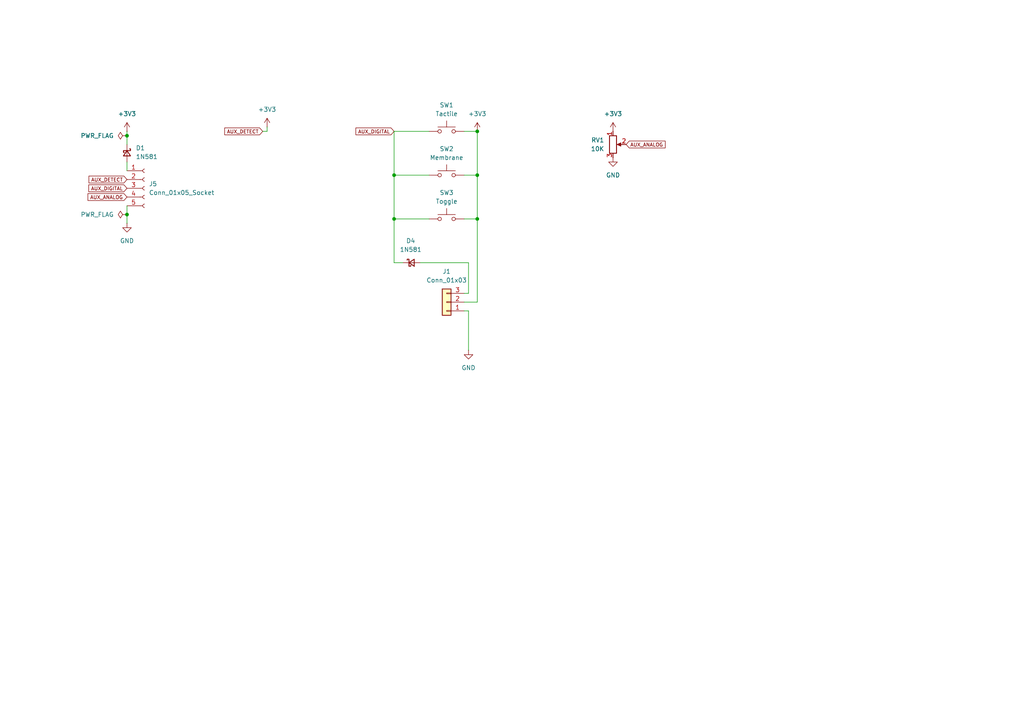
<source format=kicad_sch>
(kicad_sch (version 20250114) (generator "eeschema") (generator_version "9.0")
  (paper "A4")
  (lib_symbols
    (symbol "Connector:Conn_01x05_Socket" (pin_names (offset 1.016) (hide yes))
      (property "Reference" "J" (at 0 7.62 0))
      (property "Value" "Conn_01x05_Socket" (at 0 -7.62 0))
      (symbol "Conn_01x05_Socket_1_1"
        (polyline (pts (xy -1.27 5.08) (xy -0.508 5.08)) (stroke (width 0.1524)))
        (polyline (pts (xy -1.27 2.54) (xy -0.508 2.54)) (stroke (width 0.1524)))
        (polyline (pts (xy -1.27 0) (xy -0.508 0)) (stroke (width 0.1524)))
        (polyline (pts (xy -1.27 -2.54) (xy -0.508 -2.54)) (stroke (width 0.1524)))
        (polyline (pts (xy -1.27 -5.08) (xy -0.508 -5.08)) (stroke (width 0.1524)))
        (arc (start 0 4.572) (mid -0.5058 5.08) (end 0 5.588) (stroke (width 0.1524)))
        (arc (start 0 2.032) (mid -0.5058 2.54) (end 0 3.048) (stroke (width 0.1524)))
        (arc (start 0 -0.508) (mid -0.5058 0) (end 0 0.508) (stroke (width 0.1524)))
        (arc (start 0 -3.048) (mid -0.5058 -2.54) (end 0 -2.032) (stroke (width 0.1524)))
        (arc (start 0 -5.588) (mid -0.5058 -5.08) (end 0 -4.572) (stroke (width 0.1524)))
        (pin passive line (at -5.08 5.08 0) (length 3.81) (name "Pin_1") (number "1"))
        (pin passive line (at -5.08 2.54 0) (length 3.81) (name "Pin_2") (number "2"))
        (pin passive line (at -5.08 0 0) (length 3.81) (name "Pin_3") (number "3"))
        (pin passive line (at -5.08 -2.54 0) (length 3.81) (name "Pin_4") (number "4"))
        (pin passive line (at -5.08 -5.08 0) (length 3.81) (name "Pin_5") (number "5"))
      )
    )
    (symbol "Connector_Generic:Conn_01x03" (pin_names (offset 1.016) (hide yes))
      (property "Reference" "J" (at 0 5.08 0))
      (property "Value" "Conn_01x03" (at 0 -5.08 0))
      (symbol "Conn_01x03_1_1"
        (rectangle (start -1.27 3.81) (end 1.27 -3.81) (stroke (width 0.254)) (fill (type background)))
        (rectangle (start -1.27 2.667) (end 0 2.413) (stroke (width 0.1524)))
        (rectangle (start -1.27 0.127) (end 0 -0.127) (stroke (width 0.1524)))
        (rectangle (start -1.27 -2.413) (end 0 -2.667) (stroke (width 0.1524)))
        (pin passive line (at -5.08 2.54 0) (length 3.81) (name "Pin_1") (number "1"))
        (pin passive line (at -5.08 0 0) (length 3.81) (name "Pin_2") (number "2"))
        (pin passive line (at -5.08 -2.54 0) (length 3.81) (name "Pin_3") (number "3"))
      )
    )
    (symbol "Device:D_Schottky_Small" (pin_numbers (hide yes)) (pin_names (offset 0.254) (hide yes))
      (property "Reference" "D" (at -1.27 2.032 0))
      (property "Value" "D_Schottky_Small" (at -7.112 -2.032 0))
      (symbol "D_Schottky_Small_0_1"
        (polyline (pts (xy -1.27 0.762) (xy -1.27 1.016) (xy -0.762 1.016) (xy -0.762 -1.016) (xy -0.254 -1.016) (xy -0.254 -0.762)) (stroke (width 0.254)))
        (polyline (pts (xy -0.762 0) (xy 0.762 0)))
        (polyline (pts (xy 0.762 -1.016) (xy -0.762 0) (xy 0.762 1.016) (xy 0.762 -1.016)) (stroke (width 0.254)))
      )
      (symbol "D_Schottky_Small_1_1"
        (pin passive line (at -2.54 0 0) (length 1.778) (name "K") (number "1"))
        (pin passive line (at 2.54 0 180) (length 1.778) (name "A") (number "2"))
      )
    )
    (symbol "Device:R_Potentiometer" (pin_names (offset 1.016) (hide yes))
      (property "Reference" "RV" (at -4.445 0 90))
      (property "Value" "R_Potentiometer" (at -2.54 0 90))
      (symbol "R_Potentiometer_0_1"
        (rectangle (start 1.016 2.54) (end -1.016 -2.54) (stroke (width 0.254)))
        (polyline (pts (xy 1.143 0) (xy 2.286 0.508) (xy 2.286 -0.508) (xy 1.143 0)) (fill (type outline)))
        (polyline (pts (xy 2.54 0) (xy 1.524 0)))
      )
      (symbol "R_Potentiometer_1_1"
        (pin passive line (at 0 3.81 270) (length 1.27) (name "1") (number "1"))
        (pin passive line (at 0 -3.81 90) (length 1.27) (name "3") (number "3"))
        (pin passive line (at 3.81 0 180) (length 1.27) (name "2") (number "2"))
      )
    )
    (symbol "Switch:SW_Push" (pin_numbers (hide yes)) (pin_names (offset 1.016) (hide yes))
      (property "Reference" "SW" (at 1.27 2.54 0))
      (property "Value" "SW_Push" (at 0 -1.524 0))
      (symbol "SW_Push_0_1"
        (circle (center -2.032 0) (radius 0.508))
        (polyline (pts (xy 0 1.27) (xy 0 3.048)))
        (circle (center 2.032 0) (radius 0.508))
        (polyline (pts (xy 2.54 1.27) (xy -2.54 1.27)))
        (pin passive line (at -5.08 0 0) (length 2.54) (name "1") (number "1"))
        (pin passive line (at 5.08 0 180) (length 2.54) (name "2") (number "2"))
      )
    )
    (symbol "power:+3V3" (power) (pin_numbers (hide yes)) (pin_names (offset 0) (hide yes))
      (property "Value" "+3V3" (at 0 3.556 0))
      (symbol "+3V3_0_1"
        (polyline (pts (xy -0.762 1.27) (xy 0 2.54)))
        (polyline (pts (xy 0 2.54) (xy 0.762 1.27)))
        (polyline (pts (xy 0 0) (xy 0 2.54)))
      )
      (symbol "+3V3_1_1"
        (pin power_in line (at 0 0 90) (length 0) (name "~") (number "1"))
      )
    )
    (symbol "power:GND" (power) (pin_numbers (hide yes)) (pin_names (offset 0) (hide yes))
      (property "Value" "GND" (at 0 -3.81 0))
      (symbol "GND_0_1"
        (polyline (pts (xy 0 0) (xy 0 -1.27) (xy 1.27 -1.27) (xy 0 -2.54) (xy -1.27 -1.27) (xy 0 -1.27)))
      )
      (symbol "GND_1_1"
        (pin power_in line (at 0 0 270) (length 0) (name "~") (number "1"))
      )
    )
    (symbol "power:PWR_FLAG" (power) (pin_numbers (hide yes)) (pin_names (offset 0) (hide yes))
      (property "Value" "PWR_FLAG" (at 0 3.81 0))
      (symbol "PWR_FLAG_0_0"
        (pin power_out line (at 0 0 90) (length 0) (name "~") (number "1"))
      )
      (symbol "PWR_FLAG_0_1"
        (polyline (pts (xy 0 0) (xy 0 1.27) (xy -1.016 1.905) (xy 0 2.54) (xy 1.016 1.905) (xy 0 1.27)))
      )
    )
  )
  (junction (at 36.83 62.23))
  (junction (at 114.3 63.5))
  (junction (at 138.43 38.1))
  (junction (at 138.43 63.5))
  (junction (at 114.3 50.8))
  (junction (at 138.43 50.8))
  (junction (at 36.83 39.37))
  (wire (pts (xy 114.3 50.8) (xy 114.3 38.1)))
  (wire (pts (xy 138.43 63.5) (xy 138.43 87.63)))
  (wire (pts (xy 114.3 63.5) (xy 114.3 76.2)))
  (wire (pts (xy 134.62 50.8) (xy 138.43 50.8)))
  (wire (pts (xy 36.83 64.77) (xy 36.83 62.23)))
  (wire (pts (xy 138.43 38.1) (xy 138.43 50.8)))
  (wire (pts (xy 36.83 39.37) (xy 36.83 41.91)))
  (wire (pts (xy 135.89 90.17) (xy 135.89 101.6)))
  (wire (pts (xy 76.2 38.1) (xy 77.47 38.1)))
  (wire (pts (xy 114.3 63.5) (xy 124.46 63.5)))
  (wire (pts (xy 138.43 50.8) (xy 138.43 63.5)))
  (wire (pts (xy 134.62 38.1) (xy 138.43 38.1)))
  (wire (pts (xy 135.89 85.09) (xy 135.89 76.2)))
  (wire (pts (xy 77.47 36.83) (xy 77.47 38.1)))
  (wire (pts (xy 114.3 76.2) (xy 116.84 76.2)))
  (wire (pts (xy 36.83 62.23) (xy 36.83 59.69)))
  (wire (pts (xy 114.3 38.1) (xy 124.46 38.1)))
  (wire (pts (xy 134.62 90.17) (xy 135.89 90.17)))
  (wire (pts (xy 114.3 50.8) (xy 124.46 50.8)))
  (wire (pts (xy 134.62 85.09) (xy 135.89 85.09)))
  (wire (pts (xy 134.62 87.63) (xy 138.43 87.63)))
  (wire (pts (xy 114.3 63.5) (xy 114.3 50.8)))
  (wire (pts (xy 121.92 76.2) (xy 135.89 76.2)))
  (wire (pts (xy 134.62 63.5) (xy 138.43 63.5)))
  (wire (pts (xy 36.83 46.99) (xy 36.83 49.53)))
  (wire (pts (xy 36.83 38.1) (xy 36.83 39.37)))
  (global_label "AUX_DIGITAL" (shape input) (at 114.3 38.1 180) (effects (font (size 1.016 1.016))) (property "Intersheetrefs" "${INTERSHEET_REFS}" (effects (hide yes))))
  (global_label "AUX_ANALOG" (shape input) (at 36.83 57.15 180) (effects (font (size 1.016 1.016))) (property "Intersheetrefs" "${INTERSHEET_REFS}" (effects (hide yes))))
  (global_label "AUX_DETECT" (shape input) (at 76.2 38.1 180) (effects (font (size 1.016 1.016))) (property "Intersheetrefs" "${INTERSHEET_REFS}" (effects (hide yes))))
  (global_label "AUX_DIGITAL" (shape input) (at 36.83 54.61 180) (effects (font (size 1.016 1.016))) (property "Intersheetrefs" "${INTERSHEET_REFS}" (effects (hide yes))))
  (global_label "AUX_DETECT" (shape input) (at 36.83 52.07 180) (effects (font (size 1.016 1.016))) (property "Intersheetrefs" "${INTERSHEET_REFS}" (effects (hide yes))))
  (global_label "AUX_ANALOG" (shape input) (at 181.61 41.91 0) (effects (font (size 1.016 1.016))) (property "Intersheetrefs" "${INTERSHEET_REFS}" (effects (hide yes))))
  (symbol (lib_id "Switch:SW_Push") (at 129.54 63.5 0) (unit 1)
    (property "Reference" "SW3" (at 129.54 55.88 0))
    (property "Value" "Toggle" (at 129.54 58.42 0))
    (property "Footprint" "Button_Switch_THT:SW_Push_2P2T_Toggle_CK_PVA2OAH5xxxxxxV2" (effects (hide yes)))
    (property "Description" "Push button switch, generic, two pins" (effects (hide yes)))
  )
  (symbol (lib_id "power:GND") (at 135.89 101.6 0) (unit 1)
    (property "Reference" "#PWR01" (effects (hide yes)))
    (property "Value" "GND" (at 135.89 106.68 0))
    (property "Description" "Power symbol creates a global label with name \"GND\" , ground" (effects (hide yes)))
  )
  (symbol (lib_id "power:+3V3") (at 36.83 38.1 0) (unit 1)
    (property "Reference" "#PWR013" (effects (hide yes)))
    (property "Value" "+3V3" (at 36.83 33.02 0))
    (property "Description" "Power symbol creates a global label with name \"+3V3\"" (effects (hide yes)))
  )
  (symbol (lib_id "power:GND") (at 177.8 45.72 0) (unit 1)
    (property "Reference" "#PWR05" (effects (hide yes)))
    (property "Value" "GND" (at 177.8 50.8 0))
    (property "Description" "Power symbol creates a global label with name \"GND\" , ground" (effects (hide yes)))
  )
  (symbol (lib_id "power:GND") (at 36.83 64.77 0) (unit 1)
    (property "Reference" "#PWR012" (effects (hide yes)))
    (property "Value" "GND" (at 36.83 69.85 0))
    (property "Description" "Power symbol creates a global label with name \"GND\" , ground" (effects (hide yes)))
  )
  (symbol (lib_id "Device:R_Potentiometer") (at 177.8 41.91 0) (unit 1)
    (property "Reference" "RV1" (at 175.26 40.6399 0) (effects (justify right)))
    (property "Value" "10K" (at 175.26 43.1799 0) (effects (justify right)))
    (property "Footprint" "Potentiometer_THT:Potentiometer_Piher_PC-16_Single_Horizontal" (effects (hide yes)))
    (property "Description" "Potentiometer" (effects (hide yes)))
  )
  (symbol (lib_id "power:+3V3") (at 177.8 38.1 0) (unit 1)
    (property "Reference" "#PWR06" (effects (hide yes)))
    (property "Value" "+3V3" (at 177.8 33.02 0))
    (property "Description" "Power symbol creates a global label with name \"+3V3\"" (effects (hide yes)))
  )
  (symbol (lib_id "Device:D_Schottky_Small") (at 119.38 76.2 0) (unit 1)
    (property "Reference" "D4" (at 119.126 69.85 0))
    (property "Value" "1N581" (at 119.126 72.39 0))
    (property "Footprint" "Diode_THT:D_A-405_P10.16mm_Horizontal" (effects (hide yes)))
    (property "Description" "Schottky diode, small symbol" (effects (hide yes)))
  )
  (symbol (lib_id "power:PWR_FLAG") (at 36.83 62.23 90) (unit 1)
    (property "Reference" "#FLG02" (effects (hide yes)))
    (property "Value" "PWR_FLAG" (at 33.02 62.2299 90) (effects (justify left)))
    (property "Description" "Special symbol for telling ERC where power comes from" (effects (hide yes)))
  )
  (symbol (lib_id "power:+3V3") (at 138.43 38.1 0) (unit 1)
    (property "Reference" "#PWR039" (effects (hide yes)))
    (property "Value" "+3V3" (at 138.43 33.02 0))
    (property "Description" "Power symbol creates a global label with name \"+3V3\"" (effects (hide yes)))
  )
  (symbol (lib_id "Connector_Generic:Conn_01x03") (at 129.54 87.63 180) (unit 1)
    (property "Reference" "J1" (at 129.54 78.74 0))
    (property "Value" "Conn_01x03" (at 129.54 81.28 0))
    (property "Footprint" "Touch Sensor:PCB" (effects (hide yes)))
    (property "Description" "Generic connector, single row, 01x03, script generated (kicad-library-utils/schlib/autogen/connector/)" (effects (hide yes)))
  )
  (symbol (lib_id "Switch:SW_Push") (at 129.54 38.1 0) (unit 1)
    (property "Reference" "SW1" (at 129.54 30.48 0))
    (property "Value" "Tactile" (at 129.54 33.02 0))
    (property "Footprint" "Button_Switch_THT:SW_PUSH_6mm" (effects (hide yes)))
    (property "Description" "Push button switch, generic, two pins" (effects (hide yes)))
  )
  (symbol (lib_id "power:PWR_FLAG") (at 36.83 39.37 90) (unit 1)
    (property "Reference" "#FLG01" (effects (hide yes)))
    (property "Value" "PWR_FLAG" (at 33.02 39.3699 90) (effects (justify left)))
    (property "Description" "Special symbol for telling ERC where power comes from" (effects (hide yes)))
  )
  (symbol (lib_id "Connector:Conn_01x05_Socket") (at 41.91 54.61 0) (unit 1)
    (property "Reference" "J5" (at 43.18 53.3399 0) (effects (justify left)))
    (property "Value" "Conn_01x05_Socket" (at 43.18 55.8799 0) (effects (justify left)))
    (property "Footprint" "Connector_JST:JST_PH_S5B-PH-K_1x05_P2.00mm_Horizontal" (effects (hide yes)))
    (property "Description" "Generic connector, single row, 01x05, script generated" (effects (hide yes)))
  )
  (symbol (lib_id "Device:D_Schottky_Small") (at 36.83 44.45 270) (unit 1)
    (property "Reference" "D1" (at 39.37 42.9259 90) (effects (justify left)))
    (property "Value" "1N581" (at 39.37 45.4659 90) (effects (justify left)))
    (property "Footprint" "Diode_THT:D_A-405_P10.16mm_Horizontal" (effects (hide yes)))
    (property "Description" "Schottky diode, small symbol" (effects (hide yes)))
  )
  (symbol (lib_id "power:+3V3") (at 77.47 36.83 0) (unit 1)
    (property "Reference" "#PWR036" (effects (hide yes)))
    (property "Value" "+3V3" (at 77.47 31.75 0))
    (property "Description" "Power symbol creates a global label with name \"+3V3\"" (effects (hide yes)))
  )
  (symbol (lib_id "Switch:SW_Push") (at 129.54 50.8 0) (unit 1)
    (property "Reference" "SW2" (at 129.54 43.18 0))
    (property "Value" "Membrane" (at 129.54 45.72 0))
    (property "Footprint" "Button_Membrane_THT:SW_PUSH_8.5mm" (effects (hide yes)))
    (property "Description" "Push button switch, generic, two pins" (effects (hide yes)))
  )
)
</source>
